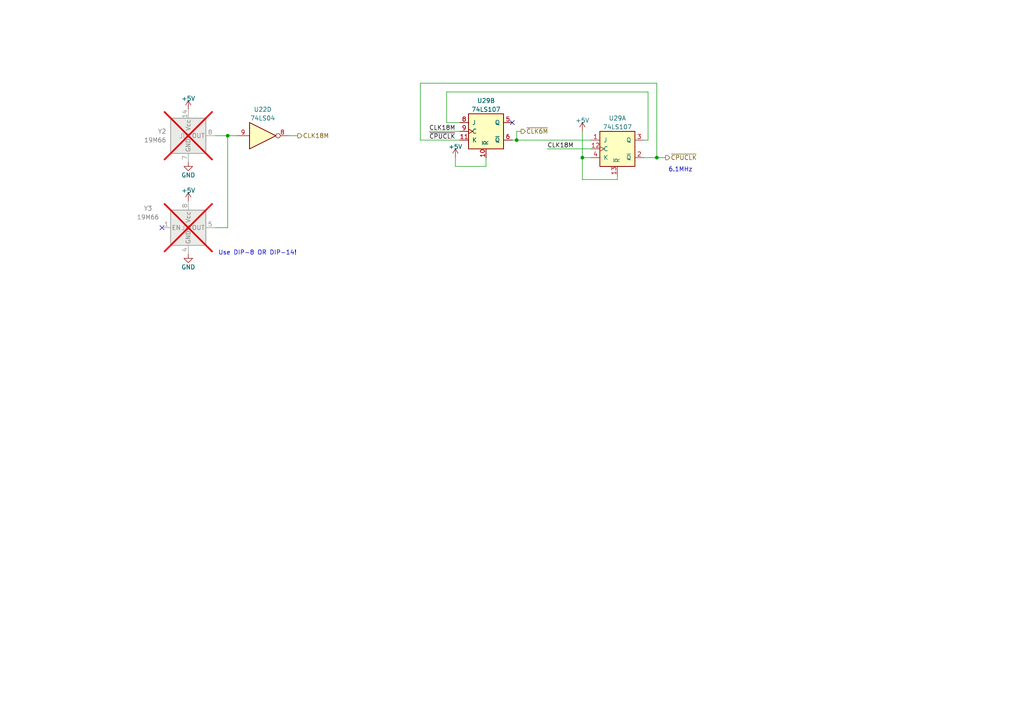
<source format=kicad_sch>
(kicad_sch (version 20231120) (generator "eeschema") (generator_version "8.0")
  (paper "A4")
  (title_block (title "EVA1 (Epson Video Adapter) - Clock Generation") (date "2025-01-09") (rev "v0.1") (company "100% Offner") (comment 1 "v0.1: Initial Release"))
  (lib_symbols
    (symbol "74xx:74LS04"
      (property "Reference" "U" (at 0 1.27 0))
      (property "Value" "74LS04" (at 0 -1.27 0))
      (symbol "74LS04_1_0"
        (polyline (pts (xy -3.81 3.81) (xy -3.81 -3.81) (xy 3.81 0) (xy -3.81 3.81)) (stroke (width 0.254)) (fill (type background)))
        (pin input line (at -7.62 0 0) (length 3.81) (name "~") (number "1"))
        (pin output inverted (at 7.62 0 180) (length 3.81) (name "~") (number "2"))
      )
      (symbol "74LS04_2_0"
        (polyline (pts (xy -3.81 3.81) (xy -3.81 -3.81) (xy 3.81 0) (xy -3.81 3.81)) (stroke (width 0.254)) (fill (type background)))
        (pin input line (at -7.62 0 0) (length 3.81) (name "~") (number "3"))
        (pin output inverted (at 7.62 0 180) (length 3.81) (name "~") (number "4"))
      )
      (symbol "74LS04_3_0"
        (polyline (pts (xy -3.81 3.81) (xy -3.81 -3.81) (xy 3.81 0) (xy -3.81 3.81)) (stroke (width 0.254)) (fill (type background)))
        (pin input line (at -7.62 0 0) (length 3.81) (name "~") (number "5"))
        (pin output inverted (at 7.62 0 180) (length 3.81) (name "~") (number "6"))
      )
      (symbol "74LS04_4_0"
        (polyline (pts (xy -3.81 3.81) (xy -3.81 -3.81) (xy 3.81 0) (xy -3.81 3.81)) (stroke (width 0.254)) (fill (type background)))
        (pin output inverted (at 7.62 0 180) (length 3.81) (name "~") (number "8"))
        (pin input line (at -7.62 0 0) (length 3.81) (name "~") (number "9"))
      )
      (symbol "74LS04_5_0"
        (polyline (pts (xy -3.81 3.81) (xy -3.81 -3.81) (xy 3.81 0) (xy -3.81 3.81)) (stroke (width 0.254)) (fill (type background)))
        (pin output inverted (at 7.62 0 180) (length 3.81) (name "~") (number "10"))
        (pin input line (at -7.62 0 0) (length 3.81) (name "~") (number "11"))
      )
      (symbol "74LS04_6_0"
        (polyline (pts (xy -3.81 3.81) (xy -3.81 -3.81) (xy 3.81 0) (xy -3.81 3.81)) (stroke (width 0.254)) (fill (type background)))
        (pin output inverted (at 7.62 0 180) (length 3.81) (name "~") (number "12"))
        (pin input line (at -7.62 0 0) (length 3.81) (name "~") (number "13"))
      )
      (symbol "74LS04_7_0"
        (pin power_in line (at 0 12.7 270) (length 5.08) (name "VCC") (number "14"))
        (pin power_in line (at 0 -12.7 90) (length 5.08) (name "GND") (number "7"))
      )
      (symbol "74LS04_7_1"
        (rectangle (start -5.08 7.62) (end 5.08 -7.62) (stroke (width 0.254)) (fill (type background)))
      )
    )
    (symbol "74xx:74LS107" (pin_names (offset 1.016))
      (property "Reference" "U" (at -7.62 8.89 0))
      (property "Value" "74LS107" (at -7.62 -8.89 0))
      (symbol "74LS107_1_0"
        (pin input line (at -7.62 2.54 0) (length 2.54) (name "J") (number "1"))
        (pin input clock (at -7.62 0 0) (length 2.54) (name "C") (number "12"))
        (pin input line (at 0 -7.62 90) (length 2.54) (name "~{R}") (number "13"))
        (pin output line (at 7.62 -2.54 180) (length 2.54) (name "~{Q}") (number "2"))
        (pin output line (at 7.62 2.54 180) (length 2.54) (name "Q") (number "3"))
        (pin input line (at -7.62 -2.54 0) (length 2.54) (name "K") (number "4"))
      )
      (symbol "74LS107_1_1"
        (rectangle (start -5.08 5.08) (end 5.08 -5.08) (stroke (width 0.254)) (fill (type background)))
      )
      (symbol "74LS107_2_0"
        (pin input line (at 0 -7.62 90) (length 2.54) (name "~{R}") (number "10"))
        (pin input line (at -7.62 -2.54 0) (length 2.54) (name "K") (number "11"))
        (pin output line (at 7.62 2.54 180) (length 2.54) (name "Q") (number "5"))
        (pin output line (at 7.62 -2.54 180) (length 2.54) (name "~{Q}") (number "6"))
        (pin input line (at -7.62 2.54 0) (length 2.54) (name "J") (number "8"))
        (pin input clock (at -7.62 0 0) (length 2.54) (name "C") (number "9"))
      )
      (symbol "74LS107_2_1"
        (rectangle (start -5.08 5.08) (end 5.08 -5.08) (stroke (width 0.254)) (fill (type background)))
      )
      (symbol "74LS107_3_0"
        (pin power_in line (at 0 10.16 270) (length 2.54) (name "VCC") (number "14"))
        (pin power_in line (at 0 -10.16 90) (length 2.54) (name "GND") (number "7"))
      )
      (symbol "74LS107_3_1"
        (rectangle (start -5.08 7.62) (end 5.08 -7.62) (stroke (width 0.254)) (fill (type background)))
      )
    )
    (symbol "Oscillator:ACO-xxxMHz" (pin_names (offset 0.254))
      (property "Reference" "Y" (at -5.08 6.35 0))
      (property "Value" "ACO-xxxMHz" (at 1.27 -6.35 0))
      (symbol "ACO-xxxMHz_0_1"
        (rectangle (start -5.08 5.08) (end 5.08 -5.08) (stroke (width 0.254)) (fill (type background)))
        (polyline (pts (xy -2.54 -0.635) (xy -1.905 -0.635) (xy -1.905 0.635) (xy -1.27 0.635) (xy -1.27 -0.635) (xy -0.635 -0.635) (xy -0.635 0.635) (xy 0 0.635) (xy 0 -0.635)))
      )
      (symbol "ACO-xxxMHz_1_1"
        (pin no_connect line (at -5.08 2.54 0) (length 2.54) hide (name "NC") (number "1"))
        (pin power_in line (at 0 7.62 270) (length 2.54) (name "Vcc") (number "14"))
        (pin power_in line (at 0 -7.62 90) (length 2.54) (name "GND") (number "7"))
        (pin output line (at 7.62 0 180) (length 2.54) (name "OUT") (number "8"))
      )
    )
    (symbol "Oscillator:CXO_DIP8" (pin_names (offset 0.254))
      (property "Reference" "Y" (at -5.08 6.35 0))
      (property "Value" "CXO_DIP8" (at 1.27 -6.35 0))
      (symbol "CXO_DIP8_0_1"
        (rectangle (start -5.08 5.08) (end 5.08 -5.08) (stroke (width 0.254)) (fill (type background)))
        (polyline (pts (xy -1.905 -0.635) (xy -1.27 -0.635) (xy -1.27 0.635) (xy -0.635 0.635) (xy -0.635 -0.635) (xy 0 -0.635) (xy 0 0.635) (xy 0.635 0.635) (xy 0.635 -0.635)))
      )
      (symbol "CXO_DIP8_1_1"
        (pin input line (at -7.62 0 0) (length 2.54) (name "EN") (number "1"))
        (pin power_in line (at 0 -7.62 90) (length 2.54) (name "GND") (number "4"))
        (pin output line (at 7.62 0 180) (length 2.54) (name "OUT") (number "5"))
        (pin power_in line (at 0 7.62 270) (length 2.54) (name "Vcc") (number "8"))
      )
    )
    (symbol "power:+5V" (power) (pin_names (offset 0))
      (property "Value" "+5V" (at 0 3.556 0))
      (symbol "+5V_0_1"
        (polyline (pts (xy -0.762 1.27) (xy 0 2.54)))
        (polyline (pts (xy 0 0) (xy 0 2.54)))
        (polyline (pts (xy 0 2.54) (xy 0.762 1.27)))
      )
      (symbol "+5V_1_1"
        (pin power_in line (at 0 0 90) (length 0) hide (name "+5V") (number "1"))
      )
    )
    (symbol "power:GND" (power) (pin_names (offset 0))
      (property "Value" "GND" (at 0 -3.81 0))
      (symbol "GND_0_1"
        (polyline (pts (xy 0 0) (xy 0 -1.27) (xy 1.27 -1.27) (xy 0 -2.54) (xy -1.27 -1.27) (xy 0 -1.27)))
      )
      (symbol "GND_1_1"
        (pin power_in line (at 0 0 270) (length 0) hide (name "GND") (number "1"))
      )
    )
  )
  (junction (at 190.5 45.72))
  (junction (at 66.04 39.37))
  (junction (at 168.91 45.72))
  (junction (at 149.86 40.64))
  (no_connect (at 46.99 66.04))
  (no_connect (at 148.59 35.56))
  (wire (pts (xy 149.86 40.64) (xy 171.45 40.64)))
  (wire (pts (xy 124.46 38.1) (xy 133.35 38.1)))
  (wire (pts (xy 190.5 45.72) (xy 190.5 24.13)))
  (wire (pts (xy 68.58 39.37) (xy 66.04 39.37)))
  (wire (pts (xy 140.97 45.72) (xy 140.97 48.26)))
  (wire (pts (xy 187.96 40.64) (xy 187.96 26.67)))
  (wire (pts (xy 149.86 38.1) (xy 151.13 38.1)))
  (wire (pts (xy 86.36 39.37) (xy 83.82 39.37)))
  (wire (pts (xy 129.54 26.67) (xy 129.54 35.56)))
  (wire (pts (xy 129.54 26.67) (xy 187.96 26.67)))
  (wire (pts (xy 179.07 50.8) (xy 179.07 52.07)))
  (wire (pts (xy 132.08 48.26) (xy 140.97 48.26)))
  (wire (pts (xy 132.08 45.72) (xy 132.08 48.26)))
  (wire (pts (xy 66.04 39.37) (xy 62.23 39.37)))
  (wire (pts (xy 66.04 66.04) (xy 66.04 39.37)))
  (wire (pts (xy 190.5 24.13) (xy 121.92 24.13)))
  (wire (pts (xy 186.69 40.64) (xy 187.96 40.64)))
  (wire (pts (xy 62.23 66.04) (xy 66.04 66.04)))
  (wire (pts (xy 179.07 52.07) (xy 168.91 52.07)))
  (wire (pts (xy 149.86 40.64) (xy 149.86 38.1)))
  (wire (pts (xy 148.59 40.64) (xy 149.86 40.64)))
  (wire (pts (xy 168.91 45.72) (xy 171.45 45.72)))
  (wire (pts (xy 168.91 45.72) (xy 168.91 52.07)))
  (wire (pts (xy 158.75 43.18) (xy 171.45 43.18)))
  (wire (pts (xy 186.69 45.72) (xy 190.5 45.72)))
  (wire (pts (xy 121.92 24.13) (xy 121.92 40.64)))
  (wire (pts (xy 168.91 38.1) (xy 168.91 45.72)))
  (wire (pts (xy 129.54 35.56) (xy 133.35 35.56)))
  (wire (pts (xy 121.92 40.64) (xy 133.35 40.64)))
  (wire (pts (xy 190.5 45.72) (xy 193.04 45.72)))
  (text "6.1MHz" (at 197.358 49.276 0) (effects (font (size 1.27 1.27))))
  (text "Use DIP-8 OR DIP-14!" (at 74.676 73.406 0) (effects (font (size 1.27 1.27))))
  (label "~{CPUCLK}" (at 124.46 40.64 0))
  (label "CLK18M" (at 124.46 38.1 0))
  (label "CLK18M" (at 158.75 43.18 0))
  (hierarchical_label "~{CLK6M}" (shape output) (at 151.13 38.1 0))
  (hierarchical_label "~{CPUCLK}" (shape output) (at 193.04 45.72 0))
  (hierarchical_label "CLK18M" (shape output) (at 86.36 39.37 0))
  (symbol (lib_id "74xx:74LS107") (at 140.97 38.1 0) (unit 2)
    (property "Reference" "U29" (at 140.97 29.21 0))
    (property "Value" "74LS107" (at 140.97 31.75 0))
    (property "Footprint" "Package_DIP:DIP-14_W7.62mm" (effects (hide yes)))
    (property "Datasheet" "http://www.ti.com/lit/gpn/sn74LS107" (effects (hide yes)))
    (property "Description" "Dual JK Flip-Flop, reset" (effects (hide yes)))
  )
  (symbol (lib_id "power:+5V") (at 132.08 45.72 0) (unit 1)
    (property "Reference" "#PWR0146" (effects (hide yes)))
    (property "Value" "+5V" (at 132.08 42.545 0))
  )
  (symbol (lib_id "power:+5V") (at 54.61 58.42 0) (unit 1)
    (property "Reference" "#PWR026" (effects (hide yes)))
    (property "Value" "+5V" (at 54.61 55.245 0))
  )
  (symbol (lib_id "power:GND") (at 54.61 46.99 0) (unit 1)
    (property "Reference" "#PWR021" (effects (hide yes)))
    (property "Value" "GND" (at 54.61 50.8 0))
  )
  (symbol (lib_id "power:+5V") (at 54.61 31.75 0) (unit 1)
    (property "Reference" "#PWR023" (effects (hide yes)))
    (property "Value" "+5V" (at 54.61 28.575 0))
  )
  (symbol (lib_id "74xx:74LS107") (at 179.07 43.18 0) (unit 1)
    (property "Reference" "U29" (at 179.07 34.29 0))
    (property "Value" "74LS107" (at 179.07 36.83 0))
    (property "Footprint" "Package_DIP:DIP-14_W7.62mm" (effects (hide yes)))
    (property "Datasheet" "http://www.ti.com/lit/gpn/sn74LS107" (effects (hide yes)))
    (property "Description" "Dual JK Flip-Flop, reset" (effects (hide yes)))
  )
  (symbol (lib_id "74xx:74LS04") (at 76.2 39.37 0) (unit 4)
    (property "Reference" "U22" (at 76.2 31.75 0))
    (property "Value" "74LS04" (at 76.2 34.29 0))
    (property "Footprint" "Package_DIP:DIP-14_W7.62mm" (effects (hide yes)))
    (property "Datasheet" "http://www.ti.com/lit/gpn/sn74LS04" (effects (hide yes)))
    (property "Description" "Hex Inverter" (effects (hide yes)))
  )
  (symbol (lib_id "power:GND") (at 54.61 73.66 0) (unit 1)
    (property "Reference" "#PWR029" (effects (hide yes)))
    (property "Value" "GND" (at 54.61 77.47 0))
  )
  (symbol (lib_id "Oscillator:ACO-xxxMHz") (at 54.61 39.37 0) (unit 1) (dnp yes)
    (property "Reference" "Y2" (at 48.26 38.0999 0) (effects (justify right)))
    (property "Value" "19M66" (at 48.26 40.6399 0) (effects (justify right)))
    (property "Footprint" "Oscillator:Oscillator_DIP-14" (effects (hide yes)))
    (property "Datasheet" "http://www.conwin.com/datasheets/cx/cx030.pdf" (effects (hide yes)))
    (property "Description" "HCMOS Crystal Clock Oscillator, DIP14-style metal package" (effects (hide yes)))
  )
  (symbol (lib_id "Oscillator:CXO_DIP8") (at 54.61 66.04 0) (unit 1) (dnp yes)
    (property "Reference" "Y3" (at 42.926 60.452 0))
    (property "Value" "19M66" (at 42.926 62.992 0))
    (property "Footprint" "Oscillator:Oscillator_DIP-8" (effects (hide yes)))
    (property "Datasheet" "http://cdn-reichelt.de/documents/datenblatt/B400/OSZI.pdf" (effects (hide yes)))
    (property "Description" "Crystal Clock Oscillator, DIP8-style metal package" (effects (hide yes)))
  )
  (symbol (lib_id "power:+5V") (at 168.91 38.1 0) (unit 1)
    (property "Reference" "#PWR0157" (effects (hide yes)))
    (property "Value" "+5V" (at 168.91 34.925 0))
  )
)
</source>
